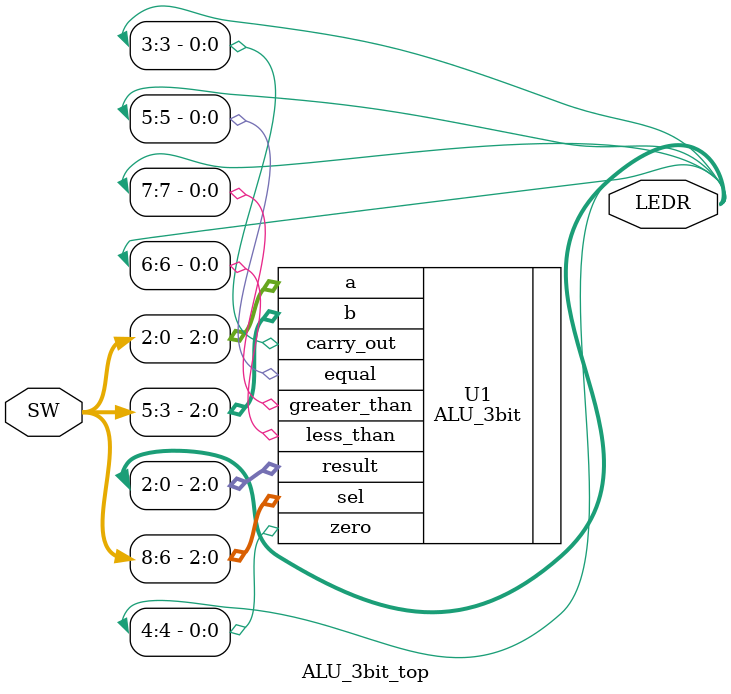
<source format=v>
module ALU_3bit_top(SW, LEDR);
    input  [9:0] SW;         // SW[9:0] switches
    output [9:0] LEDR;      // LEDR[9:0] red LEDs

ALU_3bit U1 (.a(SW[2:0]), .b(SW[5:3]), .sel(SW[8:6]), .result(LEDR[2:0]), .carry_out(LEDR[3]), 
             .zero(LEDR[4]), .equal(LEDR[5]), .less_than(LEDR[6]), .greater_than(LEDR[7]));


endmodule

</source>
